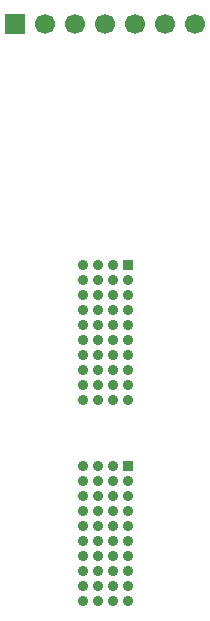
<source format=gbr>
%TF.GenerationSoftware,KiCad,Pcbnew,9.0.3*%
%TF.CreationDate,2025-09-30T16:22:14-04:00*%
%TF.ProjectId,eib-64-cnt-a64,6569622d-3634-42d6-936e-742d6136342e,A*%
%TF.SameCoordinates,Original*%
%TF.FileFunction,Soldermask,Bot*%
%TF.FilePolarity,Negative*%
%FSLAX46Y46*%
G04 Gerber Fmt 4.6, Leading zero omitted, Abs format (unit mm)*
G04 Created by KiCad (PCBNEW 9.0.3) date 2025-09-30 16:22:14*
%MOMM*%
%LPD*%
G01*
G04 APERTURE LIST*
%ADD10R,1.700000X1.700000*%
%ADD11C,1.700000*%
%ADD12R,0.910000X0.910000*%
%ADD13C,0.910000*%
G04 APERTURE END LIST*
D10*
%TO.C,J4*%
X129300000Y-77900000D03*
D11*
X131840000Y-77900000D03*
X134380000Y-77900000D03*
X136920000Y-77900000D03*
X139460000Y-77900000D03*
X142000000Y-77900000D03*
X144540000Y-77900000D03*
%TD*%
D12*
%TO.C,J2*%
X138905000Y-98285000D03*
D13*
X138905000Y-99555000D03*
X138905000Y-100825000D03*
X138905000Y-102095000D03*
X138905000Y-103365000D03*
X138905000Y-104635000D03*
X138905000Y-105905000D03*
X138905000Y-107175000D03*
X138905000Y-108445000D03*
X138905000Y-109715000D03*
X137635000Y-98285000D03*
X137635000Y-99555000D03*
X137635000Y-100825000D03*
X137635000Y-102095000D03*
X137635000Y-103365000D03*
X137635000Y-104635000D03*
X137635000Y-105905000D03*
X137635000Y-107175000D03*
X137635000Y-108445000D03*
X137635000Y-109715000D03*
X136365000Y-98285000D03*
X136365000Y-99555000D03*
X136365000Y-100825000D03*
X136365000Y-102095000D03*
X136365000Y-103365000D03*
X136365000Y-104635000D03*
X136365000Y-105905000D03*
X136365000Y-107175000D03*
X136365000Y-108445000D03*
X136365000Y-109715000D03*
X135095000Y-98285000D03*
X135095000Y-99555000D03*
X135095000Y-100825000D03*
X135095000Y-102095000D03*
X135095000Y-103365000D03*
X135095000Y-104635000D03*
X135095000Y-105905000D03*
X135095000Y-107175000D03*
X135095000Y-108445000D03*
X135095000Y-109715000D03*
%TD*%
D12*
%TO.C,J1*%
X138905000Y-115285000D03*
D13*
X138905000Y-116555000D03*
X138905000Y-117825000D03*
X138905000Y-119095000D03*
X138905000Y-120365000D03*
X138905000Y-121635000D03*
X138905000Y-122905000D03*
X138905000Y-124175000D03*
X138905000Y-125445000D03*
X138905000Y-126715000D03*
X137635000Y-115285000D03*
X137635000Y-116555000D03*
X137635000Y-117825000D03*
X137635000Y-119095000D03*
X137635000Y-120365000D03*
X137635000Y-121635000D03*
X137635000Y-122905000D03*
X137635000Y-124175000D03*
X137635000Y-125445000D03*
X137635000Y-126715000D03*
X136365000Y-115285000D03*
X136365000Y-116555000D03*
X136365000Y-117825000D03*
X136365000Y-119095000D03*
X136365000Y-120365000D03*
X136365000Y-121635000D03*
X136365000Y-122905000D03*
X136365000Y-124175000D03*
X136365000Y-125445000D03*
X136365000Y-126715000D03*
X135095000Y-115285000D03*
X135095000Y-116555000D03*
X135095000Y-117825000D03*
X135095000Y-119095000D03*
X135095000Y-120365000D03*
X135095000Y-121635000D03*
X135095000Y-122905000D03*
X135095000Y-124175000D03*
X135095000Y-125445000D03*
X135095000Y-126715000D03*
%TD*%
M02*

</source>
